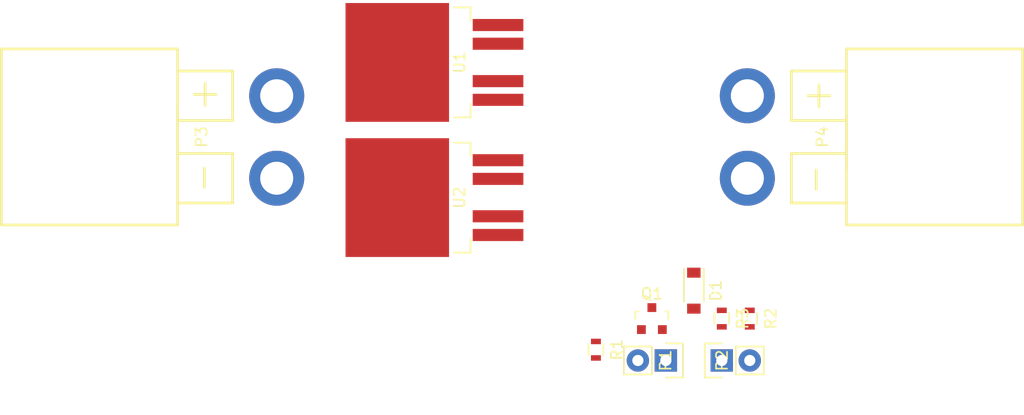
<source format=kicad_pcb>
(kicad_pcb (version 4) (host pcbnew 4.0.4-stable)

  (general
    (links 21)
    (no_connects 21)
    (area 0 0 0 0)
    (thickness 1.6)
    (drawings 0)
    (tracks 0)
    (zones 0)
    (modules 11)
    (nets 9)
  )

  (page A4)
  (layers
    (0 F.Cu signal)
    (31 B.Cu signal)
    (32 B.Adhes user)
    (33 F.Adhes user)
    (34 B.Paste user)
    (35 F.Paste user)
    (36 B.SilkS user)
    (37 F.SilkS user)
    (38 B.Mask user)
    (39 F.Mask user)
    (40 Dwgs.User user)
    (41 Cmts.User user)
    (42 Eco1.User user)
    (43 Eco2.User user)
    (44 Edge.Cuts user)
    (45 Margin user)
    (46 B.CrtYd user)
    (47 F.CrtYd user)
    (48 B.Fab user)
    (49 F.Fab user)
  )

  (setup
    (last_trace_width 0.25)
    (trace_clearance 0.2)
    (zone_clearance 0.508)
    (zone_45_only no)
    (trace_min 0.2)
    (segment_width 0.2)
    (edge_width 0.15)
    (via_size 1.2)
    (via_drill 0.8)
    (via_min_size 0.4)
    (via_min_drill 0.3)
    (uvia_size 0.3)
    (uvia_drill 0.1)
    (uvias_allowed no)
    (uvia_min_size 0.2)
    (uvia_min_drill 0.1)
    (pcb_text_width 0.3)
    (pcb_text_size 1.5 1.5)
    (mod_edge_width 0.15)
    (mod_text_size 1 1)
    (mod_text_width 0.15)
    (pad_size 1.524 1.524)
    (pad_drill 0.762)
    (pad_to_mask_clearance 0.2)
    (aux_axis_origin 0 0)
    (visible_elements FFFCEF7F)
    (pcbplotparams
      (layerselection 0x00030_80000001)
      (usegerberextensions false)
      (excludeedgelayer true)
      (linewidth 0.100000)
      (plotframeref false)
      (viasonmask false)
      (mode 1)
      (useauxorigin false)
      (hpglpennumber 1)
      (hpglpenspeed 20)
      (hpglpendiameter 15)
      (hpglpenoverlay 2)
      (psnegative false)
      (psa4output false)
      (plotreference true)
      (plotvalue true)
      (plotinvisibletext false)
      (padsonsilk false)
      (subtractmaskfromsilk false)
      (outputformat 1)
      (mirror false)
      (drillshape 1)
      (scaleselection 1)
      (outputdirectory ""))
  )

  (net 0 "")
  (net 1 "Net-(D1-Pad1)")
  (net 2 GND)
  (net 3 +BATT)
  (net 4 "Net-(Q1-Pad1)")
  (net 5 "Net-(R2-Pad1)")
  (net 6 /Ifb)
  (net 7 /In)
  (net 8 /Out)

  (net_class Default "This is the default net class."
    (clearance 0.2)
    (trace_width 0.25)
    (via_dia 1.2)
    (via_drill 0.8)
    (uvia_dia 0.3)
    (uvia_drill 0.1)
    (add_net +BATT)
    (add_net /Ifb)
    (add_net /In)
    (add_net /Out)
    (add_net GND)
    (add_net "Net-(D1-Pad1)")
    (add_net "Net-(Q1-Pad1)")
    (add_net "Net-(R2-Pad1)")
  )

  (module Diodes_SMD:SOD-123 (layer F.Cu) (tedit 5753A53E) (tstamp 5844160B)
    (at 210.82 74.93 270)
    (descr SOD-123)
    (tags SOD-123)
    (path /58441746)
    (attr smd)
    (fp_text reference D1 (at 0 -2 270) (layer F.SilkS)
      (effects (font (size 1 1) (thickness 0.15)))
    )
    (fp_text value D (at 0 2.1 270) (layer F.Fab)
      (effects (font (size 1 1) (thickness 0.15)))
    )
    (fp_line (start 0.25 0) (end 0.75 0) (layer F.Fab) (width 0.15))
    (fp_line (start 0.25 0.4) (end -0.35 0) (layer F.Fab) (width 0.15))
    (fp_line (start 0.25 -0.4) (end 0.25 0.4) (layer F.Fab) (width 0.15))
    (fp_line (start -0.35 0) (end 0.25 -0.4) (layer F.Fab) (width 0.15))
    (fp_line (start -0.35 0) (end -0.35 0.55) (layer F.Fab) (width 0.15))
    (fp_line (start -0.35 0) (end -0.35 -0.55) (layer F.Fab) (width 0.15))
    (fp_line (start -0.75 0) (end -0.35 0) (layer F.Fab) (width 0.15))
    (fp_line (start -1.35 0.8) (end -1.35 -0.8) (layer F.Fab) (width 0.15))
    (fp_line (start 1.35 0.8) (end -1.35 0.8) (layer F.Fab) (width 0.15))
    (fp_line (start 1.35 -0.8) (end 1.35 0.8) (layer F.Fab) (width 0.15))
    (fp_line (start -1.35 -0.8) (end 1.35 -0.8) (layer F.Fab) (width 0.15))
    (fp_line (start -2.25 -1.05) (end 2.25 -1.05) (layer F.CrtYd) (width 0.05))
    (fp_line (start 2.25 -1.05) (end 2.25 1.05) (layer F.CrtYd) (width 0.05))
    (fp_line (start 2.25 1.05) (end -2.25 1.05) (layer F.CrtYd) (width 0.05))
    (fp_line (start -2.25 -1.05) (end -2.25 1.05) (layer F.CrtYd) (width 0.05))
    (fp_line (start -2 0.9) (end 1 0.9) (layer F.SilkS) (width 0.15))
    (fp_line (start -2 -0.9) (end 1 -0.9) (layer F.SilkS) (width 0.15))
    (pad 1 smd rect (at -1.635 0 270) (size 0.91 1.22) (layers F.Cu F.Paste F.Mask)
      (net 1 "Net-(D1-Pad1)"))
    (pad 2 smd rect (at 1.635 0 270) (size 0.91 1.22) (layers F.Cu F.Paste F.Mask)
      (net 2 GND))
    (model ${KISYS3DMOD}/Diodes_SMD.3dshapes/SOD-123.wrl
      (at (xyz 0 0 0))
      (scale (xyz 1 1 1))
      (rotate (xyz 0 0 0))
    )
  )

  (module Pin_Headers:Pin_Header_Straight_1x02 (layer F.Cu) (tedit 54EA090C) (tstamp 58441611)
    (at 213.36 81.28 90)
    (descr "Through hole pin header")
    (tags "pin header")
    (path /58441EF0)
    (fp_text reference P1 (at 0 -5.1 90) (layer F.SilkS)
      (effects (font (size 1 1) (thickness 0.15)))
    )
    (fp_text value CONN_01X02 (at 0 -3.1 90) (layer F.Fab)
      (effects (font (size 1 1) (thickness 0.15)))
    )
    (fp_line (start 1.27 1.27) (end 1.27 3.81) (layer F.SilkS) (width 0.15))
    (fp_line (start 1.55 -1.55) (end 1.55 0) (layer F.SilkS) (width 0.15))
    (fp_line (start -1.75 -1.75) (end -1.75 4.3) (layer F.CrtYd) (width 0.05))
    (fp_line (start 1.75 -1.75) (end 1.75 4.3) (layer F.CrtYd) (width 0.05))
    (fp_line (start -1.75 -1.75) (end 1.75 -1.75) (layer F.CrtYd) (width 0.05))
    (fp_line (start -1.75 4.3) (end 1.75 4.3) (layer F.CrtYd) (width 0.05))
    (fp_line (start 1.27 1.27) (end -1.27 1.27) (layer F.SilkS) (width 0.15))
    (fp_line (start -1.55 0) (end -1.55 -1.55) (layer F.SilkS) (width 0.15))
    (fp_line (start -1.55 -1.55) (end 1.55 -1.55) (layer F.SilkS) (width 0.15))
    (fp_line (start -1.27 1.27) (end -1.27 3.81) (layer F.SilkS) (width 0.15))
    (fp_line (start -1.27 3.81) (end 1.27 3.81) (layer F.SilkS) (width 0.15))
    (pad 1 thru_hole rect (at 0 0 90) (size 2.032 2.032) (drill 1.016) (layers *.Cu *.Mask)
      (net 2 GND))
    (pad 2 thru_hole oval (at 0 2.54 90) (size 2.032 2.032) (drill 1.016) (layers *.Cu *.Mask)
      (net 6 /Ifb))
    (model Pin_Headers.3dshapes/Pin_Header_Straight_1x02.wrl
      (at (xyz 0 -0.05 0))
      (scale (xyz 1 1 1))
      (rotate (xyz 0 0 90))
    )
  )

  (module Pin_Headers:Pin_Header_Straight_1x02 (layer F.Cu) (tedit 54EA090C) (tstamp 58441617)
    (at 208.28 81.28 270)
    (descr "Through hole pin header")
    (tags "pin header")
    (path /58442222)
    (fp_text reference P2 (at 0 -5.1 270) (layer F.SilkS)
      (effects (font (size 1 1) (thickness 0.15)))
    )
    (fp_text value CONN_01X02 (at 0 -3.1 270) (layer F.Fab)
      (effects (font (size 1 1) (thickness 0.15)))
    )
    (fp_line (start 1.27 1.27) (end 1.27 3.81) (layer F.SilkS) (width 0.15))
    (fp_line (start 1.55 -1.55) (end 1.55 0) (layer F.SilkS) (width 0.15))
    (fp_line (start -1.75 -1.75) (end -1.75 4.3) (layer F.CrtYd) (width 0.05))
    (fp_line (start 1.75 -1.75) (end 1.75 4.3) (layer F.CrtYd) (width 0.05))
    (fp_line (start -1.75 -1.75) (end 1.75 -1.75) (layer F.CrtYd) (width 0.05))
    (fp_line (start -1.75 4.3) (end 1.75 4.3) (layer F.CrtYd) (width 0.05))
    (fp_line (start 1.27 1.27) (end -1.27 1.27) (layer F.SilkS) (width 0.15))
    (fp_line (start -1.55 0) (end -1.55 -1.55) (layer F.SilkS) (width 0.15))
    (fp_line (start -1.55 -1.55) (end 1.55 -1.55) (layer F.SilkS) (width 0.15))
    (fp_line (start -1.27 1.27) (end -1.27 3.81) (layer F.SilkS) (width 0.15))
    (fp_line (start -1.27 3.81) (end 1.27 3.81) (layer F.SilkS) (width 0.15))
    (pad 1 thru_hole rect (at 0 0 270) (size 2.032 2.032) (drill 1.016) (layers *.Cu *.Mask)
      (net 2 GND))
    (pad 2 thru_hole oval (at 0 2.54 270) (size 2.032 2.032) (drill 1.016) (layers *.Cu *.Mask)
      (net 7 /In))
    (model Pin_Headers.3dshapes/Pin_Header_Straight_1x02.wrl
      (at (xyz 0 -0.05 0))
      (scale (xyz 1 1 1))
      (rotate (xyz 0 0 90))
    )
  )

  (module KiCad-Dev:CONN_XT60_Male2_Horizontal (layer F.Cu) (tedit 5831C3CD) (tstamp 58441623)
    (at 233.68 60.96 90)
    (tags "XT60 conn")
    (path /58441DB1)
    (fp_text reference P4 (at 0 -11.176 90) (layer F.SilkS)
      (effects (font (size 1 1) (thickness 0.15)))
    )
    (fp_text value CONN_XT60_Female (at 0.06 -5 90) (layer F.Fab)
      (effects (font (size 1 1) (thickness 0.15)))
    )
    (fp_line (start 3.75 -12.5) (end 3.75 -10.5) (layer F.SilkS) (width 0.254))
    (fp_line (start -4.75 -11.75) (end -3 -11.75) (layer F.SilkS) (width 0.254))
    (fp_line (start 2.75 -11.5) (end 4.75 -11.5) (layer F.SilkS) (width 0.254))
    (fp_line (start 6 -14) (end 6 -9) (layer F.SilkS) (width 0.254))
    (fp_line (start 1.5 -14) (end 6 -14) (layer F.SilkS) (width 0.254))
    (fp_line (start 1.5 -9) (end 1.5 -14) (layer F.SilkS) (width 0.254))
    (fp_line (start -3 -9) (end 2 -9) (layer F.SilkS) (width 0.254))
    (fp_line (start -1.5 -14) (end -1.5 -9) (layer F.SilkS) (width 0.254))
    (fp_line (start -6 -14) (end -1.5 -14) (layer F.SilkS) (width 0.254))
    (fp_line (start -6 -9) (end -6 -14) (layer F.SilkS) (width 0.254))
    (fp_line (start -8 -9) (end 8 -9) (layer F.SilkS) (width 0.254))
    (fp_line (start -8 7) (end 8 7) (layer F.SilkS) (width 0.254))
    (fp_line (start -8 -9) (end -8 7) (layer F.SilkS) (width 0.254))
    (fp_line (start 8 -9) (end 8 7) (layer F.SilkS) (width 0.254))
    (pad 2 thru_hole circle (at 3.75 -18 90) (size 5 5) (drill 3) (layers *.Cu *.Mask)
      (net 8 /Out))
    (pad 1 thru_hole circle (at -3.75 -18 90) (size 5 5) (drill 3) (layers *.Cu *.Mask)
      (net 2 GND))
  )

  (module TO_SOT_Packages_SMD:SOT-23 (layer F.Cu) (tedit 553634F8) (tstamp 5844162A)
    (at 207.01 77.47)
    (descr "SOT-23, Standard")
    (tags SOT-23)
    (path /584416E7)
    (attr smd)
    (fp_text reference Q1 (at 0 -2.25) (layer F.SilkS)
      (effects (font (size 1 1) (thickness 0.15)))
    )
    (fp_text value BC847CE6327HTSA1 (at 0 2.3) (layer F.Fab)
      (effects (font (size 1 1) (thickness 0.15)))
    )
    (fp_line (start -1.65 -1.6) (end 1.65 -1.6) (layer F.CrtYd) (width 0.05))
    (fp_line (start 1.65 -1.6) (end 1.65 1.6) (layer F.CrtYd) (width 0.05))
    (fp_line (start 1.65 1.6) (end -1.65 1.6) (layer F.CrtYd) (width 0.05))
    (fp_line (start -1.65 1.6) (end -1.65 -1.6) (layer F.CrtYd) (width 0.05))
    (fp_line (start 1.29916 -0.65024) (end 1.2509 -0.65024) (layer F.SilkS) (width 0.15))
    (fp_line (start -1.49982 0.0508) (end -1.49982 -0.65024) (layer F.SilkS) (width 0.15))
    (fp_line (start -1.49982 -0.65024) (end -1.2509 -0.65024) (layer F.SilkS) (width 0.15))
    (fp_line (start 1.29916 -0.65024) (end 1.49982 -0.65024) (layer F.SilkS) (width 0.15))
    (fp_line (start 1.49982 -0.65024) (end 1.49982 0.0508) (layer F.SilkS) (width 0.15))
    (pad 1 smd rect (at -0.95 1.00076) (size 0.8001 0.8001) (layers F.Cu F.Paste F.Mask)
      (net 4 "Net-(Q1-Pad1)"))
    (pad 2 smd rect (at 0.95 1.00076) (size 0.8001 0.8001) (layers F.Cu F.Paste F.Mask)
      (net 2 GND))
    (pad 3 smd rect (at 0 -0.99822) (size 0.8001 0.8001) (layers F.Cu F.Paste F.Mask)
      (net 1 "Net-(D1-Pad1)"))
    (model TO_SOT_Packages_SMD.3dshapes/SOT-23.wrl
      (at (xyz 0 0 0))
      (scale (xyz 1 1 1))
      (rotate (xyz 0 0 0))
    )
  )

  (module Resistors_SMD:R_0603 (layer F.Cu) (tedit 58307A47) (tstamp 58441630)
    (at 201.93 80.3 270)
    (descr "Resistor SMD 0603, reflow soldering, Vishay (see dcrcw.pdf)")
    (tags "resistor 0603")
    (path /58442173)
    (attr smd)
    (fp_text reference R1 (at 0 -1.9 270) (layer F.SilkS)
      (effects (font (size 1 1) (thickness 0.15)))
    )
    (fp_text value R (at 0 1.9 270) (layer F.Fab)
      (effects (font (size 1 1) (thickness 0.15)))
    )
    (fp_line (start -0.8 0.4) (end -0.8 -0.4) (layer F.Fab) (width 0.1))
    (fp_line (start 0.8 0.4) (end -0.8 0.4) (layer F.Fab) (width 0.1))
    (fp_line (start 0.8 -0.4) (end 0.8 0.4) (layer F.Fab) (width 0.1))
    (fp_line (start -0.8 -0.4) (end 0.8 -0.4) (layer F.Fab) (width 0.1))
    (fp_line (start -1.3 -0.8) (end 1.3 -0.8) (layer F.CrtYd) (width 0.05))
    (fp_line (start -1.3 0.8) (end 1.3 0.8) (layer F.CrtYd) (width 0.05))
    (fp_line (start -1.3 -0.8) (end -1.3 0.8) (layer F.CrtYd) (width 0.05))
    (fp_line (start 1.3 -0.8) (end 1.3 0.8) (layer F.CrtYd) (width 0.05))
    (fp_line (start 0.5 0.675) (end -0.5 0.675) (layer F.SilkS) (width 0.15))
    (fp_line (start -0.5 -0.675) (end 0.5 -0.675) (layer F.SilkS) (width 0.15))
    (pad 1 smd rect (at -0.75 0 270) (size 0.5 0.9) (layers F.Cu F.Paste F.Mask)
      (net 4 "Net-(Q1-Pad1)"))
    (pad 2 smd rect (at 0.75 0 270) (size 0.5 0.9) (layers F.Cu F.Paste F.Mask)
      (net 7 /In))
    (model Resistors_SMD.3dshapes/R_0603.wrl
      (at (xyz 0 0 0))
      (scale (xyz 1 1 1))
      (rotate (xyz 0 0 0))
    )
  )

  (module Resistors_SMD:R_0603 (layer F.Cu) (tedit 58307A47) (tstamp 58441636)
    (at 215.9 77.47 270)
    (descr "Resistor SMD 0603, reflow soldering, Vishay (see dcrcw.pdf)")
    (tags "resistor 0603")
    (path /584419A8)
    (attr smd)
    (fp_text reference R2 (at 0 -1.9 270) (layer F.SilkS)
      (effects (font (size 1 1) (thickness 0.15)))
    )
    (fp_text value R (at 0 1.9 270) (layer F.Fab)
      (effects (font (size 1 1) (thickness 0.15)))
    )
    (fp_line (start -0.8 0.4) (end -0.8 -0.4) (layer F.Fab) (width 0.1))
    (fp_line (start 0.8 0.4) (end -0.8 0.4) (layer F.Fab) (width 0.1))
    (fp_line (start 0.8 -0.4) (end 0.8 0.4) (layer F.Fab) (width 0.1))
    (fp_line (start -0.8 -0.4) (end 0.8 -0.4) (layer F.Fab) (width 0.1))
    (fp_line (start -1.3 -0.8) (end 1.3 -0.8) (layer F.CrtYd) (width 0.05))
    (fp_line (start -1.3 0.8) (end 1.3 0.8) (layer F.CrtYd) (width 0.05))
    (fp_line (start -1.3 -0.8) (end -1.3 0.8) (layer F.CrtYd) (width 0.05))
    (fp_line (start 1.3 -0.8) (end 1.3 0.8) (layer F.CrtYd) (width 0.05))
    (fp_line (start 0.5 0.675) (end -0.5 0.675) (layer F.SilkS) (width 0.15))
    (fp_line (start -0.5 -0.675) (end 0.5 -0.675) (layer F.SilkS) (width 0.15))
    (pad 1 smd rect (at -0.75 0 270) (size 0.5 0.9) (layers F.Cu F.Paste F.Mask)
      (net 5 "Net-(R2-Pad1)"))
    (pad 2 smd rect (at 0.75 0 270) (size 0.5 0.9) (layers F.Cu F.Paste F.Mask)
      (net 6 /Ifb))
    (model Resistors_SMD.3dshapes/R_0603.wrl
      (at (xyz 0 0 0))
      (scale (xyz 1 1 1))
      (rotate (xyz 0 0 0))
    )
  )

  (module Resistors_SMD:R_0603 (layer F.Cu) (tedit 58307A47) (tstamp 5844163C)
    (at 213.36 77.47 270)
    (descr "Resistor SMD 0603, reflow soldering, Vishay (see dcrcw.pdf)")
    (tags "resistor 0603")
    (path /58441B24)
    (attr smd)
    (fp_text reference R3 (at 0 -1.9 270) (layer F.SilkS)
      (effects (font (size 1 1) (thickness 0.15)))
    )
    (fp_text value R (at 0 1.9 270) (layer F.Fab)
      (effects (font (size 1 1) (thickness 0.15)))
    )
    (fp_line (start -0.8 0.4) (end -0.8 -0.4) (layer F.Fab) (width 0.1))
    (fp_line (start 0.8 0.4) (end -0.8 0.4) (layer F.Fab) (width 0.1))
    (fp_line (start 0.8 -0.4) (end 0.8 0.4) (layer F.Fab) (width 0.1))
    (fp_line (start -0.8 -0.4) (end 0.8 -0.4) (layer F.Fab) (width 0.1))
    (fp_line (start -1.3 -0.8) (end 1.3 -0.8) (layer F.CrtYd) (width 0.05))
    (fp_line (start -1.3 0.8) (end 1.3 0.8) (layer F.CrtYd) (width 0.05))
    (fp_line (start -1.3 -0.8) (end -1.3 0.8) (layer F.CrtYd) (width 0.05))
    (fp_line (start 1.3 -0.8) (end 1.3 0.8) (layer F.CrtYd) (width 0.05))
    (fp_line (start 0.5 0.675) (end -0.5 0.675) (layer F.SilkS) (width 0.15))
    (fp_line (start -0.5 -0.675) (end 0.5 -0.675) (layer F.SilkS) (width 0.15))
    (pad 1 smd rect (at -0.75 0 270) (size 0.5 0.9) (layers F.Cu F.Paste F.Mask)
      (net 5 "Net-(R2-Pad1)"))
    (pad 2 smd rect (at 0.75 0 270) (size 0.5 0.9) (layers F.Cu F.Paste F.Mask)
      (net 2 GND))
    (model Resistors_SMD.3dshapes/R_0603.wrl
      (at (xyz 0 0 0))
      (scale (xyz 1 1 1))
      (rotate (xyz 0 0 0))
    )
  )

  (module KiCad-Dev:TO-263-!3 (layer F.Cu) (tedit 5844163F) (tstamp 58441715)
    (at 193.04 54.18 180)
    (descr "D2PAK / TO-263 3-lead smd package")
    (tags "D2PAK D2PAK-3 TO-263AB TO-263")
    (path /58442827)
    (attr smd)
    (fp_text reference U1 (at 3.5 0 270) (layer F.SilkS)
      (effects (font (size 1 1) (thickness 0.15)))
    )
    (fp_text value AUIPS7111S (at 15.25 -0.25 270) (layer F.Fab)
      (effects (font (size 1 1) (thickness 0.15)))
    )
    (fp_line (start 14.1 5.65) (end -2.55 5.65) (layer F.CrtYd) (width 0.05))
    (fp_line (start 14.1 -5.65) (end 14.1 5.65) (layer F.CrtYd) (width 0.05))
    (fp_line (start 14.1 -5.65) (end -2.55 -5.65) (layer F.CrtYd) (width 0.05))
    (fp_line (start -2.55 -5.65) (end -2.55 5.65) (layer F.CrtYd) (width 0.05))
    (fp_line (start 2.5 5) (end 2.5 3.75) (layer F.SilkS) (width 0.15))
    (fp_line (start 2.5 5) (end 4 5) (layer F.SilkS) (width 0.15))
    (fp_line (start 2.5 -5) (end 4 -5) (layer F.SilkS) (width 0.15))
    (fp_line (start 2.5 -5) (end 2.5 -3.75) (layer F.SilkS) (width 0.15))
    (pad 5 smd rect (at 0 3.4 180) (size 4.6 1.1) (layers F.Cu F.Paste F.Mask)
      (net 8 /Out))
    (pad 4 smd rect (at 0 1.7 180) (size 4.6 1.1) (layers F.Cu F.Paste F.Mask)
      (net 8 /Out))
    (pad 2 smd rect (at 0 -1.7 180) (size 4.6 1.1) (layers F.Cu F.Paste F.Mask)
      (net 5 "Net-(R2-Pad1)"))
    (pad 3 smd rect (at 9.15 0 180) (size 9.4 10.8) (layers F.Cu F.Paste F.Mask)
      (net 3 +BATT))
    (pad 1 smd rect (at 0 -3.4 180) (size 4.6 1.1) (layers F.Cu F.Paste F.Mask)
      (net 1 "Net-(D1-Pad1)"))
    (model TO_SOT_Packages_SMD.3dshapes/TO-263-5Lead.wrl
      (at (xyz 0 0 0))
      (scale (xyz 1 1 1))
      (rotate (xyz 0 0 90))
    )
  )

  (module KiCad-Dev:TO-263-!3 (layer F.Cu) (tedit 5844163F) (tstamp 5844171D)
    (at 193.04 66.47 180)
    (descr "D2PAK / TO-263 3-lead smd package")
    (tags "D2PAK D2PAK-3 TO-263AB TO-263")
    (path /5844296C)
    (attr smd)
    (fp_text reference U2 (at 3.5 0 270) (layer F.SilkS)
      (effects (font (size 1 1) (thickness 0.15)))
    )
    (fp_text value AUIPS7111S (at 15.25 -0.25 270) (layer F.Fab)
      (effects (font (size 1 1) (thickness 0.15)))
    )
    (fp_line (start 14.1 5.65) (end -2.55 5.65) (layer F.CrtYd) (width 0.05))
    (fp_line (start 14.1 -5.65) (end 14.1 5.65) (layer F.CrtYd) (width 0.05))
    (fp_line (start 14.1 -5.65) (end -2.55 -5.65) (layer F.CrtYd) (width 0.05))
    (fp_line (start -2.55 -5.65) (end -2.55 5.65) (layer F.CrtYd) (width 0.05))
    (fp_line (start 2.5 5) (end 2.5 3.75) (layer F.SilkS) (width 0.15))
    (fp_line (start 2.5 5) (end 4 5) (layer F.SilkS) (width 0.15))
    (fp_line (start 2.5 -5) (end 4 -5) (layer F.SilkS) (width 0.15))
    (fp_line (start 2.5 -5) (end 2.5 -3.75) (layer F.SilkS) (width 0.15))
    (pad 5 smd rect (at 0 3.4 180) (size 4.6 1.1) (layers F.Cu F.Paste F.Mask)
      (net 8 /Out))
    (pad 4 smd rect (at 0 1.7 180) (size 4.6 1.1) (layers F.Cu F.Paste F.Mask)
      (net 8 /Out))
    (pad 2 smd rect (at 0 -1.7 180) (size 4.6 1.1) (layers F.Cu F.Paste F.Mask)
      (net 5 "Net-(R2-Pad1)"))
    (pad 3 smd rect (at 9.15 0 180) (size 9.4 10.8) (layers F.Cu F.Paste F.Mask)
      (net 3 +BATT))
    (pad 1 smd rect (at 0 -3.4 180) (size 4.6 1.1) (layers F.Cu F.Paste F.Mask)
      (net 1 "Net-(D1-Pad1)"))
    (model TO_SOT_Packages_SMD.3dshapes/TO-263-5Lead.wrl
      (at (xyz 0 0 0))
      (scale (xyz 1 1 1))
      (rotate (xyz 0 0 90))
    )
  )

  (module KiCad-Dev:CONN_XT60_Male1_Horizontal (layer F.Cu) (tedit 5831C3AB) (tstamp 584428C4)
    (at 154.94 60.96 270)
    (tags "XT60 conn")
    (path /5844240E)
    (fp_text reference P3 (at 0 -11.176 270) (layer F.SilkS)
      (effects (font (size 1 1) (thickness 0.15)))
    )
    (fp_text value CONN_XT60_Male (at 0.06 -5 270) (layer F.Fab)
      (effects (font (size 1 1) (thickness 0.15)))
    )
    (fp_line (start -3.87 -12.5) (end -3.87 -10.5) (layer F.SilkS) (width 0.254))
    (fp_line (start 2.822 -11.43) (end 4.572 -11.43) (layer F.SilkS) (width 0.254))
    (fp_line (start -4.87 -11.5) (end -2.87 -11.5) (layer F.SilkS) (width 0.254))
    (fp_line (start 6 -14) (end 6 -9) (layer F.SilkS) (width 0.254))
    (fp_line (start 1.5 -14) (end 6 -14) (layer F.SilkS) (width 0.254))
    (fp_line (start 1.5 -9) (end 1.5 -14) (layer F.SilkS) (width 0.254))
    (fp_line (start -3 -9) (end 2 -9) (layer F.SilkS) (width 0.254))
    (fp_line (start -1.5 -14) (end -1.5 -9) (layer F.SilkS) (width 0.254))
    (fp_line (start -6 -14) (end -1.5 -14) (layer F.SilkS) (width 0.254))
    (fp_line (start -6 -9) (end -6 -14) (layer F.SilkS) (width 0.254))
    (fp_line (start -8 -9) (end 8 -9) (layer F.SilkS) (width 0.254))
    (fp_line (start -8 7) (end 8 7) (layer F.SilkS) (width 0.254))
    (fp_line (start -8 -9) (end -8 7) (layer F.SilkS) (width 0.254))
    (fp_line (start 8 -9) (end 8 7) (layer F.SilkS) (width 0.254))
    (pad 1 thru_hole circle (at 3.75 -18 270) (size 5 5) (drill 3) (layers *.Cu *.Mask)
      (net 2 GND))
    (pad 2 thru_hole circle (at -3.75 -18 270) (size 5 5) (drill 3) (layers *.Cu *.Mask)
      (net 3 +BATT))
  )

)

</source>
